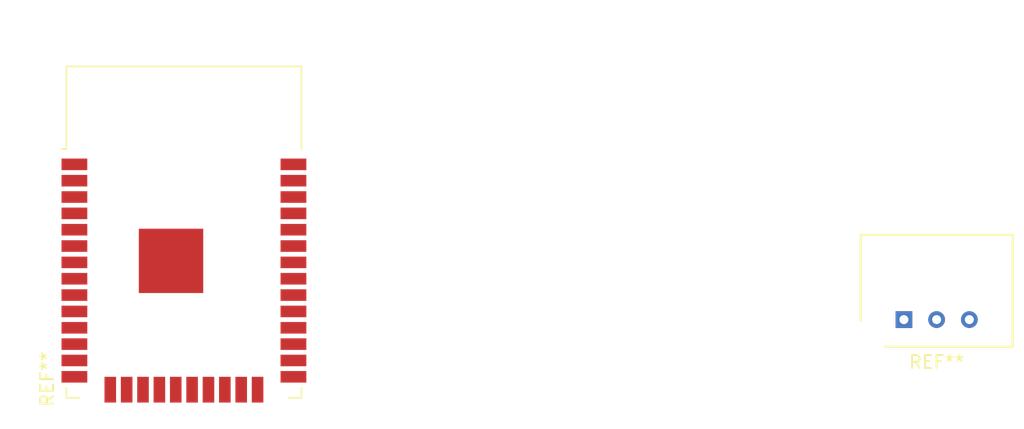
<source format=kicad_pcb>
(kicad_pcb (version 20171130) (host pcbnew 5.1.2-5.1.2)

  (general
    (thickness 1.6)
    (drawings 0)
    (tracks 0)
    (zones 0)
    (modules 2)
    (nets 1)
  )

  (page A4)
  (layers
    (0 F.Cu signal)
    (31 B.Cu signal)
    (32 B.Adhes user)
    (33 F.Adhes user)
    (34 B.Paste user)
    (35 F.Paste user)
    (36 B.SilkS user)
    (37 F.SilkS user)
    (38 B.Mask user)
    (39 F.Mask user)
    (40 Dwgs.User user)
    (41 Cmts.User user)
    (42 Eco1.User user)
    (43 Eco2.User user)
    (44 Edge.Cuts user)
    (45 Margin user)
    (46 B.CrtYd user)
    (47 F.CrtYd user)
    (48 B.Fab user)
    (49 F.Fab user)
  )

  (setup
    (last_trace_width 0.25)
    (trace_clearance 0.2)
    (zone_clearance 0.508)
    (zone_45_only no)
    (trace_min 0.2)
    (via_size 0.8)
    (via_drill 0.4)
    (via_min_size 0.4)
    (via_min_drill 0.3)
    (uvia_size 0.3)
    (uvia_drill 0.1)
    (uvias_allowed no)
    (uvia_min_size 0.2)
    (uvia_min_drill 0.1)
    (edge_width 0.05)
    (segment_width 0.2)
    (pcb_text_width 0.3)
    (pcb_text_size 1.5 1.5)
    (mod_edge_width 0.12)
    (mod_text_size 1 1)
    (mod_text_width 0.15)
    (pad_size 1.524 1.524)
    (pad_drill 0.762)
    (pad_to_mask_clearance 0.051)
    (solder_mask_min_width 0.25)
    (aux_axis_origin 0 0)
    (visible_elements FFFFFF7F)
    (pcbplotparams
      (layerselection 0x010fc_ffffffff)
      (usegerberextensions false)
      (usegerberattributes false)
      (usegerberadvancedattributes false)
      (creategerberjobfile false)
      (excludeedgelayer true)
      (linewidth 0.100000)
      (plotframeref false)
      (viasonmask false)
      (mode 1)
      (useauxorigin false)
      (hpglpennumber 1)
      (hpglpenspeed 20)
      (hpglpendiameter 15.000000)
      (psnegative false)
      (psa4output false)
      (plotreference true)
      (plotvalue true)
      (plotinvisibletext false)
      (padsonsilk false)
      (subtractmaskfromsilk false)
      (outputformat 1)
      (mirror false)
      (drillshape 1)
      (scaleselection 1)
      (outputdirectory ""))
  )

  (net 0 "")

  (net_class Default "This is the default net class."
    (clearance 0.2)
    (trace_width 0.25)
    (via_dia 0.8)
    (via_drill 0.4)
    (uvia_dia 0.3)
    (uvia_drill 0.1)
  )

  (module Package_SIP:SIP3_11.6x8.5mm (layer F.Cu) (tedit 5A02EDAF) (tstamp 5D49843C)
    (at 104.14 43.18)
    (descr RECOM,R78EXX,https://www.recom-power.com/pdf/Innoline/R-78Exx-0.5.pdf)
    (tags "SIP3 Regulator Module")
    (fp_text reference REF** (at 2.54 3.3 180) (layer F.SilkS)
      (effects (font (size 1 1) (thickness 0.15)))
    )
    (fp_text value SIP3_11.6x8.5mm (at 2.54 -8 180) (layer F.Fab)
      (effects (font (size 1 1) (thickness 0.15)))
    )
    (fp_line (start 8.64 2.3) (end 8.64 -6.8) (layer F.CrtYd) (width 0.05))
    (fp_line (start -3.56 2.3) (end -3.56 -6.8) (layer F.CrtYd) (width 0.05))
    (fp_line (start 8.64 -6.8) (end -3.56 -6.8) (layer F.CrtYd) (width 0.05))
    (fp_line (start 8.64 2.3) (end -3.56 2.3) (layer F.CrtYd) (width 0.05))
    (fp_text user %R (at 2.54 -2.7 180) (layer F.Fab)
      (effects (font (size 1 1) (thickness 0.15)))
    )
    (fp_line (start -3.26 0.5) (end -1.76 2) (layer F.Fab) (width 0.1))
    (fp_line (start 8.44 -6.6) (end 8.44 2.1) (layer F.SilkS) (width 0.15))
    (fp_line (start -3.36 -6.6) (end 8.44 -6.6) (layer F.SilkS) (width 0.15))
    (fp_line (start -3.36 0.1) (end -3.36 -6.6) (layer F.SilkS) (width 0.15))
    (fp_line (start -1.46 2.1) (end 8.44 2.1) (layer F.SilkS) (width 0.15))
    (fp_line (start 8.34 2) (end 8.34 -6.5) (layer F.Fab) (width 0.1))
    (fp_line (start 8.34 -6.5) (end -3.26 -6.5) (layer F.Fab) (width 0.1))
    (fp_line (start -3.26 -6.5) (end -3.26 0.5) (layer F.Fab) (width 0.1))
    (fp_line (start 8.34 2) (end -1.76 2) (layer F.Fab) (width 0.1))
    (pad 2 thru_hole circle (at 2.54 0 180) (size 1.3 1.3) (drill 0.7) (layers *.Cu *.Mask))
    (pad 1 thru_hole rect (at 0 0 270) (size 1.3 1.3) (drill 0.7) (layers *.Cu *.Mask))
    (pad 3 thru_hole circle (at 5.08 0 270) (size 1.3 1.3) (drill 0.7) (layers *.Cu *.Mask))
    (model ${KISYS3DMOD}/Package_SIP.3dshapes/SIP3_11.6x8.5mm.wrl
      (at (xyz 0 0 0))
      (scale (xyz 1 1 1))
      (rotate (xyz 0 0 0))
    )
  )

  (module RF_Module:ESP32-WROOM-32 (layer F.Cu) (tedit 5B5B4654) (tstamp 5D4963C7)
    (at 48.26 39.37)
    (descr "Single 2.4 GHz Wi-Fi and Bluetooth combo chip https://www.espressif.com/sites/default/files/documentation/esp32-wroom-32_datasheet_en.pdf")
    (tags "Single 2.4 GHz Wi-Fi and Bluetooth combo  chip")
    (attr smd)
    (fp_text reference REF** (at -10.61 8.43 90) (layer F.SilkS)
      (effects (font (size 1 1) (thickness 0.15)))
    )
    (fp_text value ESP32-WROOM-32 (at 0 11.5) (layer F.Fab)
      (effects (font (size 1 1) (thickness 0.15)))
    )
    (fp_line (start -9.12 -9.445) (end -9.5 -9.445) (layer F.SilkS) (width 0.12))
    (fp_line (start -9.12 -15.865) (end -9.12 -9.445) (layer F.SilkS) (width 0.12))
    (fp_line (start 9.12 -15.865) (end 9.12 -9.445) (layer F.SilkS) (width 0.12))
    (fp_line (start -9.12 -15.865) (end 9.12 -15.865) (layer F.SilkS) (width 0.12))
    (fp_line (start 9.12 9.88) (end 8.12 9.88) (layer F.SilkS) (width 0.12))
    (fp_line (start 9.12 9.1) (end 9.12 9.88) (layer F.SilkS) (width 0.12))
    (fp_line (start -9.12 9.88) (end -8.12 9.88) (layer F.SilkS) (width 0.12))
    (fp_line (start -9.12 9.1) (end -9.12 9.88) (layer F.SilkS) (width 0.12))
    (fp_line (start 8.4 -20.6) (end 8.2 -20.4) (layer Cmts.User) (width 0.1))
    (fp_line (start 8.4 -16) (end 8.4 -20.6) (layer Cmts.User) (width 0.1))
    (fp_line (start 8.4 -20.6) (end 8.6 -20.4) (layer Cmts.User) (width 0.1))
    (fp_line (start 8.4 -16) (end 8.6 -16.2) (layer Cmts.User) (width 0.1))
    (fp_line (start 8.4 -16) (end 8.2 -16.2) (layer Cmts.User) (width 0.1))
    (fp_line (start -9.2 -13.875) (end -9.4 -14.075) (layer Cmts.User) (width 0.1))
    (fp_line (start -13.8 -13.875) (end -9.2 -13.875) (layer Cmts.User) (width 0.1))
    (fp_line (start -9.2 -13.875) (end -9.4 -13.675) (layer Cmts.User) (width 0.1))
    (fp_line (start -13.8 -13.875) (end -13.6 -13.675) (layer Cmts.User) (width 0.1))
    (fp_line (start -13.8 -13.875) (end -13.6 -14.075) (layer Cmts.User) (width 0.1))
    (fp_line (start 9.2 -13.875) (end 9.4 -13.675) (layer Cmts.User) (width 0.1))
    (fp_line (start 9.2 -13.875) (end 9.4 -14.075) (layer Cmts.User) (width 0.1))
    (fp_line (start 13.8 -13.875) (end 13.6 -13.675) (layer Cmts.User) (width 0.1))
    (fp_line (start 13.8 -13.875) (end 13.6 -14.075) (layer Cmts.User) (width 0.1))
    (fp_line (start 9.2 -13.875) (end 13.8 -13.875) (layer Cmts.User) (width 0.1))
    (fp_line (start 14 -11.585) (end 12 -9.97) (layer Dwgs.User) (width 0.1))
    (fp_line (start 14 -13.2) (end 10 -9.97) (layer Dwgs.User) (width 0.1))
    (fp_line (start 14 -14.815) (end 8 -9.97) (layer Dwgs.User) (width 0.1))
    (fp_line (start 14 -16.43) (end 6 -9.97) (layer Dwgs.User) (width 0.1))
    (fp_line (start 14 -18.045) (end 4 -9.97) (layer Dwgs.User) (width 0.1))
    (fp_line (start 14 -19.66) (end 2 -9.97) (layer Dwgs.User) (width 0.1))
    (fp_line (start 13.475 -20.75) (end 0 -9.97) (layer Dwgs.User) (width 0.1))
    (fp_line (start 11.475 -20.75) (end -2 -9.97) (layer Dwgs.User) (width 0.1))
    (fp_line (start 9.475 -20.75) (end -4 -9.97) (layer Dwgs.User) (width 0.1))
    (fp_line (start 7.475 -20.75) (end -6 -9.97) (layer Dwgs.User) (width 0.1))
    (fp_line (start -8 -9.97) (end 5.475 -20.75) (layer Dwgs.User) (width 0.1))
    (fp_line (start 3.475 -20.75) (end -10 -9.97) (layer Dwgs.User) (width 0.1))
    (fp_line (start 1.475 -20.75) (end -12 -9.97) (layer Dwgs.User) (width 0.1))
    (fp_line (start -0.525 -20.75) (end -14 -9.97) (layer Dwgs.User) (width 0.1))
    (fp_line (start -2.525 -20.75) (end -14 -11.585) (layer Dwgs.User) (width 0.1))
    (fp_line (start -4.525 -20.75) (end -14 -13.2) (layer Dwgs.User) (width 0.1))
    (fp_line (start -6.525 -20.75) (end -14 -14.815) (layer Dwgs.User) (width 0.1))
    (fp_line (start -8.525 -20.75) (end -14 -16.43) (layer Dwgs.User) (width 0.1))
    (fp_line (start -10.525 -20.75) (end -14 -18.045) (layer Dwgs.User) (width 0.1))
    (fp_line (start -12.525 -20.75) (end -14 -19.66) (layer Dwgs.User) (width 0.1))
    (fp_line (start 9.75 -9.72) (end 14.25 -9.72) (layer F.CrtYd) (width 0.05))
    (fp_line (start -14.25 -9.72) (end -9.75 -9.72) (layer F.CrtYd) (width 0.05))
    (fp_line (start 14.25 -21) (end 14.25 -9.72) (layer F.CrtYd) (width 0.05))
    (fp_line (start -14.25 -21) (end -14.25 -9.72) (layer F.CrtYd) (width 0.05))
    (fp_line (start 14 -20.75) (end -14 -20.75) (layer Dwgs.User) (width 0.1))
    (fp_line (start 14 -9.97) (end 14 -20.75) (layer Dwgs.User) (width 0.1))
    (fp_line (start 14 -9.97) (end -14 -9.97) (layer Dwgs.User) (width 0.1))
    (fp_line (start -9 -9.02) (end -8.5 -9.52) (layer F.Fab) (width 0.1))
    (fp_line (start -8.5 -9.52) (end -9 -10.02) (layer F.Fab) (width 0.1))
    (fp_line (start -9 -9.02) (end -9 9.76) (layer F.Fab) (width 0.1))
    (fp_line (start -14.25 -21) (end 14.25 -21) (layer F.CrtYd) (width 0.05))
    (fp_line (start 9.75 -9.72) (end 9.75 10.5) (layer F.CrtYd) (width 0.05))
    (fp_line (start -9.75 10.5) (end 9.75 10.5) (layer F.CrtYd) (width 0.05))
    (fp_line (start -9.75 10.5) (end -9.75 -9.72) (layer F.CrtYd) (width 0.05))
    (fp_line (start -9 -15.745) (end 9 -15.745) (layer F.Fab) (width 0.1))
    (fp_line (start -9 -15.745) (end -9 -10.02) (layer F.Fab) (width 0.1))
    (fp_line (start -9 9.76) (end 9 9.76) (layer F.Fab) (width 0.1))
    (fp_line (start 9 9.76) (end 9 -15.745) (layer F.Fab) (width 0.1))
    (fp_line (start -14 -9.97) (end -14 -20.75) (layer Dwgs.User) (width 0.1))
    (fp_text user "5 mm" (at 7.8 -19.075 90) (layer Cmts.User)
      (effects (font (size 0.5 0.5) (thickness 0.1)))
    )
    (fp_text user "5 mm" (at -11.2 -14.375) (layer Cmts.User)
      (effects (font (size 0.5 0.5) (thickness 0.1)))
    )
    (fp_text user "5 mm" (at 11.8 -14.375) (layer Cmts.User)
      (effects (font (size 0.5 0.5) (thickness 0.1)))
    )
    (fp_text user Antenna (at 0 -13) (layer Cmts.User)
      (effects (font (size 1 1) (thickness 0.15)))
    )
    (fp_text user "KEEP-OUT ZONE" (at 0 -19) (layer Cmts.User)
      (effects (font (size 1 1) (thickness 0.15)))
    )
    (fp_text user %R (at 0 0) (layer F.Fab)
      (effects (font (size 1 1) (thickness 0.15)))
    )
    (pad 38 smd rect (at 8.5 -8.255) (size 2 0.9) (layers F.Cu F.Paste F.Mask))
    (pad 37 smd rect (at 8.5 -6.985) (size 2 0.9) (layers F.Cu F.Paste F.Mask))
    (pad 36 smd rect (at 8.5 -5.715) (size 2 0.9) (layers F.Cu F.Paste F.Mask))
    (pad 35 smd rect (at 8.5 -4.445) (size 2 0.9) (layers F.Cu F.Paste F.Mask))
    (pad 34 smd rect (at 8.5 -3.175) (size 2 0.9) (layers F.Cu F.Paste F.Mask))
    (pad 33 smd rect (at 8.5 -1.905) (size 2 0.9) (layers F.Cu F.Paste F.Mask))
    (pad 32 smd rect (at 8.5 -0.635) (size 2 0.9) (layers F.Cu F.Paste F.Mask))
    (pad 31 smd rect (at 8.5 0.635) (size 2 0.9) (layers F.Cu F.Paste F.Mask))
    (pad 30 smd rect (at 8.5 1.905) (size 2 0.9) (layers F.Cu F.Paste F.Mask))
    (pad 29 smd rect (at 8.5 3.175) (size 2 0.9) (layers F.Cu F.Paste F.Mask))
    (pad 28 smd rect (at 8.5 4.445) (size 2 0.9) (layers F.Cu F.Paste F.Mask))
    (pad 27 smd rect (at 8.5 5.715) (size 2 0.9) (layers F.Cu F.Paste F.Mask))
    (pad 26 smd rect (at 8.5 6.985) (size 2 0.9) (layers F.Cu F.Paste F.Mask))
    (pad 25 smd rect (at 8.5 8.255) (size 2 0.9) (layers F.Cu F.Paste F.Mask))
    (pad 24 smd rect (at 5.715 9.255 90) (size 2 0.9) (layers F.Cu F.Paste F.Mask))
    (pad 23 smd rect (at 4.445 9.255 90) (size 2 0.9) (layers F.Cu F.Paste F.Mask))
    (pad 22 smd rect (at 3.175 9.255 90) (size 2 0.9) (layers F.Cu F.Paste F.Mask))
    (pad 21 smd rect (at 1.905 9.255 90) (size 2 0.9) (layers F.Cu F.Paste F.Mask))
    (pad 20 smd rect (at 0.635 9.255 90) (size 2 0.9) (layers F.Cu F.Paste F.Mask))
    (pad 19 smd rect (at -0.635 9.255 90) (size 2 0.9) (layers F.Cu F.Paste F.Mask))
    (pad 18 smd rect (at -1.905 9.255 90) (size 2 0.9) (layers F.Cu F.Paste F.Mask))
    (pad 17 smd rect (at -3.175 9.255 90) (size 2 0.9) (layers F.Cu F.Paste F.Mask))
    (pad 16 smd rect (at -4.445 9.255 90) (size 2 0.9) (layers F.Cu F.Paste F.Mask))
    (pad 15 smd rect (at -5.715 9.255 90) (size 2 0.9) (layers F.Cu F.Paste F.Mask))
    (pad 14 smd rect (at -8.5 8.255) (size 2 0.9) (layers F.Cu F.Paste F.Mask))
    (pad 13 smd rect (at -8.5 6.985) (size 2 0.9) (layers F.Cu F.Paste F.Mask))
    (pad 12 smd rect (at -8.5 5.715) (size 2 0.9) (layers F.Cu F.Paste F.Mask))
    (pad 11 smd rect (at -8.5 4.445) (size 2 0.9) (layers F.Cu F.Paste F.Mask))
    (pad 10 smd rect (at -8.5 3.175) (size 2 0.9) (layers F.Cu F.Paste F.Mask))
    (pad 9 smd rect (at -8.5 1.905) (size 2 0.9) (layers F.Cu F.Paste F.Mask))
    (pad 8 smd rect (at -8.5 0.635) (size 2 0.9) (layers F.Cu F.Paste F.Mask))
    (pad 7 smd rect (at -8.5 -0.635) (size 2 0.9) (layers F.Cu F.Paste F.Mask))
    (pad 6 smd rect (at -8.5 -1.905) (size 2 0.9) (layers F.Cu F.Paste F.Mask))
    (pad 5 smd rect (at -8.5 -3.175) (size 2 0.9) (layers F.Cu F.Paste F.Mask))
    (pad 4 smd rect (at -8.5 -4.445) (size 2 0.9) (layers F.Cu F.Paste F.Mask))
    (pad 3 smd rect (at -8.5 -5.715) (size 2 0.9) (layers F.Cu F.Paste F.Mask))
    (pad 2 smd rect (at -8.5 -6.985) (size 2 0.9) (layers F.Cu F.Paste F.Mask))
    (pad 1 smd rect (at -8.5 -8.255) (size 2 0.9) (layers F.Cu F.Paste F.Mask))
    (pad 39 smd rect (at -1 -0.755) (size 5 5) (layers F.Cu F.Paste F.Mask))
    (model ${KISYS3DMOD}/RF_Module.3dshapes/ESP32-WROOM-32.wrl
      (at (xyz 0 0 0))
      (scale (xyz 1 1 1))
      (rotate (xyz 0 0 0))
    )
  )

)

</source>
